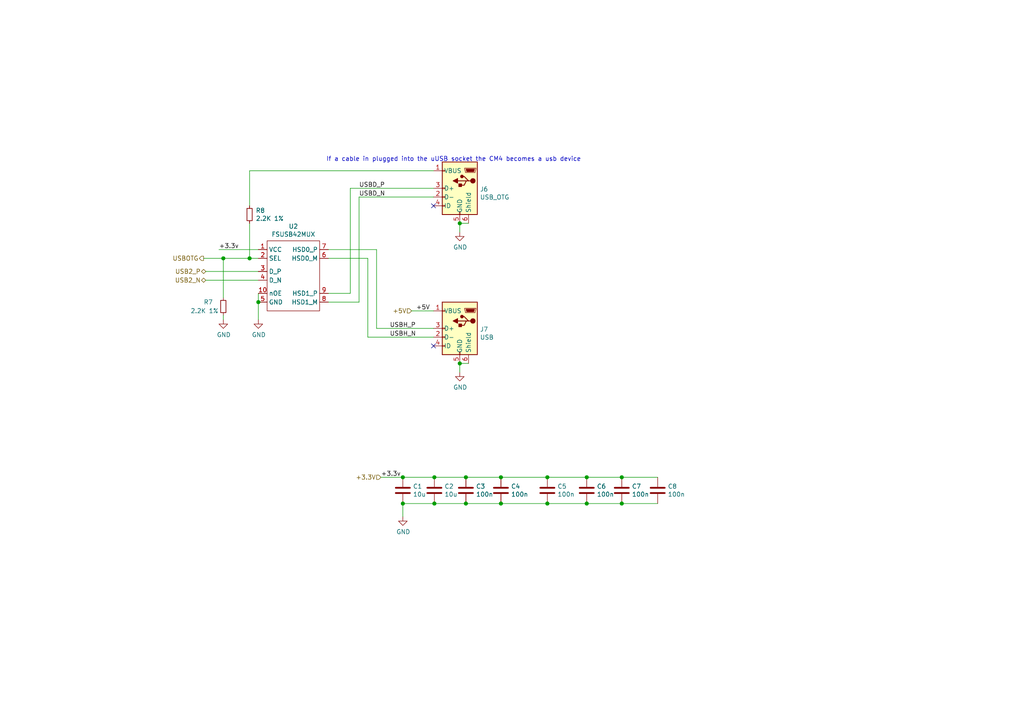
<source format=kicad_sch>
(kicad_sch (version 20210406) (generator eeschema)

  (uuid 1049ac0e-1c70-4f86-a6de-e605752f8813)

  (paper "A4")

  (title_block
    (title "USB Connectors")
  )

  (lib_symbols
    (symbol "CM4IO:FSUSB42MX" (in_bom yes) (on_board yes)
      (property "Reference" "U" (id 0) (at -7.62 20.32 0)
        (effects (font (size 1.27 1.27)))
      )
      (property "Value" "FSUSB42MX" (id 1) (at -2.54 -2.54 0)
        (effects (font (size 1.27 1.27)))
      )
      (property "Footprint" "" (id 2) (at 0 0 0)
        (effects (font (size 1.27 1.27)) hide)
      )
      (property "Datasheet" "" (id 3) (at 0 0 0)
        (effects (font (size 1.27 1.27)) hide)
      )
      (symbol "FSUSB42MX_0_0"
        (pin power_in line (at 8.89 16.51 180) (length 2.54)
          (name "VCC" (effects (font (size 1.27 1.27))))
          (number "1" (effects (font (size 1.27 1.27))))
        )
        (pin input line (at 8.89 3.81 180) (length 2.54)
          (name "nOE" (effects (font (size 1.27 1.27))))
          (number "10" (effects (font (size 1.27 1.27))))
        )
        (pin input line (at 8.89 13.97 180) (length 2.54)
          (name "SEL" (effects (font (size 1.27 1.27))))
          (number "2" (effects (font (size 1.27 1.27))))
        )
        (pin bidirectional line (at 8.89 10.16 180) (length 2.54)
          (name "D_P" (effects (font (size 1.27 1.27))))
          (number "3" (effects (font (size 1.27 1.27))))
        )
        (pin bidirectional line (at 8.89 7.62 180) (length 2.54)
          (name "D_N" (effects (font (size 1.27 1.27))))
          (number "4" (effects (font (size 1.27 1.27))))
        )
        (pin power_in line (at 8.89 1.27 180) (length 2.54)
          (name "GND" (effects (font (size 1.27 1.27))))
          (number "5" (effects (font (size 1.27 1.27))))
        )
        (pin bidirectional line (at -11.43 13.97 0) (length 2.54)
          (name "HSD0_M" (effects (font (size 1.27 1.27))))
          (number "6" (effects (font (size 1.27 1.27))))
        )
        (pin bidirectional line (at -11.43 16.51 0) (length 2.54)
          (name "HSD0_P" (effects (font (size 1.27 1.27))))
          (number "7" (effects (font (size 1.27 1.27))))
        )
        (pin bidirectional line (at -11.43 1.27 0) (length 2.54)
          (name "HSD1_M" (effects (font (size 1.27 1.27))))
          (number "8" (effects (font (size 1.27 1.27))))
        )
        (pin bidirectional line (at -11.43 3.81 0) (length 2.54)
          (name "HSD1_P" (effects (font (size 1.27 1.27))))
          (number "9" (effects (font (size 1.27 1.27))))
        )
      )
      (symbol "FSUSB42MX_0_1"
        (rectangle (start -8.89 19.05) (end 6.35 -1.27)
          (stroke (width 0)) (fill (type none))
        )
      )
    )
    (symbol "Connector:USB_OTG" (in_bom yes) (on_board yes)
      (property "Reference" "J" (id 0) (at -5.08 11.43 0)
        (effects (font (size 1.27 1.27)) (justify left))
      )
      (property "Value" "USB_OTG" (id 1) (at -5.08 8.89 0)
        (effects (font (size 1.27 1.27)) (justify left))
      )
      (property "Footprint" "" (id 2) (at 3.81 -1.27 0)
        (effects (font (size 1.27 1.27)) hide)
      )
      (property "Datasheet" " ~" (id 3) (at 3.81 -1.27 0)
        (effects (font (size 1.27 1.27)) hide)
      )
      (property "ki_keywords" "connector USB" (id 4) (at 0 0 0)
        (effects (font (size 1.27 1.27)) hide)
      )
      (property "ki_description" "USB mini/micro connector" (id 5) (at 0 0 0)
        (effects (font (size 1.27 1.27)) hide)
      )
      (property "ki_fp_filters" "USB*" (id 6) (at 0 0 0)
        (effects (font (size 1.27 1.27)) hide)
      )
      (symbol "USB_OTG_0_1"
        (circle (center -3.81 2.159) (radius 0.635) (stroke (width 0.254)) (fill (type outline)))
        (circle (center -0.635 3.429) (radius 0.381) (stroke (width 0.254)) (fill (type outline)))
        (rectangle (start -0.127 -7.62) (end 0.127 -6.858)
          (stroke (width 0)) (fill (type none))
        )
        (rectangle (start 5.08 -5.207) (end 4.318 -4.953)
          (stroke (width 0)) (fill (type none))
        )
        (rectangle (start 5.08 -2.667) (end 4.318 -2.413)
          (stroke (width 0)) (fill (type none))
        )
        (rectangle (start 5.08 -0.127) (end 4.318 0.127)
          (stroke (width 0)) (fill (type none))
        )
        (rectangle (start 5.08 4.953) (end 4.318 5.207)
          (stroke (width 0)) (fill (type none))
        )
        (rectangle (start 0.254 1.27) (end -0.508 0.508)
          (stroke (width 0.254)) (fill (type outline))
        )
        (rectangle (start -5.08 -7.62) (end 5.08 7.62)
          (stroke (width 0.254)) (fill (type background))
        )
        (polyline
          (pts
            (xy -1.905 2.159)
            (xy 0.635 2.159)
          )
          (stroke (width 0.254)) (fill (type none))
        )
        (polyline
          (pts
            (xy -3.175 2.159)
            (xy -2.54 2.159)
            (xy -1.27 3.429)
            (xy -0.635 3.429)
          )
          (stroke (width 0.254)) (fill (type none))
        )
        (polyline
          (pts
            (xy -2.54 2.159)
            (xy -1.905 2.159)
            (xy -1.27 0.889)
            (xy 0 0.889)
          )
          (stroke (width 0.254)) (fill (type none))
        )
        (polyline
          (pts
            (xy -4.699 5.842)
            (xy -4.699 5.588)
            (xy -4.445 4.826)
            (xy -4.445 4.572)
            (xy -1.651 4.572)
            (xy -1.651 4.826)
            (xy -1.397 5.588)
            (xy -1.397 5.842)
            (xy -4.699 5.842)
          )
          (stroke (width 0)) (fill (type none))
        )
        (polyline
          (pts
            (xy 0.635 2.794)
            (xy 0.635 1.524)
            (xy 1.905 2.159)
            (xy 0.635 2.794)
          )
          (stroke (width 0.254)) (fill (type outline))
        )
        (polyline
          (pts
            (xy -4.318 5.588)
            (xy -1.778 5.588)
            (xy -2.032 4.826)
            (xy -4.064 4.826)
            (xy -4.318 5.588)
          )
          (stroke (width 0)) (fill (type outline))
        )
      )
      (symbol "USB_OTG_1_1"
        (pin power_in line (at 7.62 5.08 180) (length 2.54)
          (name "VBUS" (effects (font (size 1.27 1.27))))
          (number "1" (effects (font (size 1.27 1.27))))
        )
        (pin passive line (at 7.62 -2.54 180) (length 2.54)
          (name "D-" (effects (font (size 1.27 1.27))))
          (number "2" (effects (font (size 1.27 1.27))))
        )
        (pin passive line (at 7.62 0 180) (length 2.54)
          (name "D+" (effects (font (size 1.27 1.27))))
          (number "3" (effects (font (size 1.27 1.27))))
        )
        (pin passive line (at 7.62 -5.08 180) (length 2.54)
          (name "ID" (effects (font (size 1.27 1.27))))
          (number "4" (effects (font (size 1.27 1.27))))
        )
        (pin power_in line (at 0 -10.16 90) (length 2.54)
          (name "GND" (effects (font (size 1.27 1.27))))
          (number "5" (effects (font (size 1.27 1.27))))
        )
        (pin passive line (at -2.54 -10.16 90) (length 2.54)
          (name "Shield" (effects (font (size 1.27 1.27))))
          (number "6" (effects (font (size 1.27 1.27))))
        )
      )
    )
    (symbol "Device:C" (pin_numbers hide) (pin_names (offset 0.254)) (in_bom yes) (on_board yes)
      (property "Reference" "C" (id 0) (at 0.635 2.54 0)
        (effects (font (size 1.27 1.27)) (justify left))
      )
      (property "Value" "C" (id 1) (at 0.635 -2.54 0)
        (effects (font (size 1.27 1.27)) (justify left))
      )
      (property "Footprint" "" (id 2) (at 0.9652 -3.81 0)
        (effects (font (size 1.27 1.27)) hide)
      )
      (property "Datasheet" "~" (id 3) (at 0 0 0)
        (effects (font (size 1.27 1.27)) hide)
      )
      (property "ki_keywords" "cap capacitor" (id 4) (at 0 0 0)
        (effects (font (size 1.27 1.27)) hide)
      )
      (property "ki_description" "Unpolarized capacitor" (id 5) (at 0 0 0)
        (effects (font (size 1.27 1.27)) hide)
      )
      (property "ki_fp_filters" "C_*" (id 6) (at 0 0 0)
        (effects (font (size 1.27 1.27)) hide)
      )
      (symbol "C_0_1"
        (polyline
          (pts
            (xy -2.032 -0.762)
            (xy 2.032 -0.762)
          )
          (stroke (width 0.508)) (fill (type none))
        )
        (polyline
          (pts
            (xy -2.032 0.762)
            (xy 2.032 0.762)
          )
          (stroke (width 0.508)) (fill (type none))
        )
      )
      (symbol "C_1_1"
        (pin passive line (at 0 3.81 270) (length 2.794)
          (name "~" (effects (font (size 1.27 1.27))))
          (number "1" (effects (font (size 1.27 1.27))))
        )
        (pin passive line (at 0 -3.81 90) (length 2.794)
          (name "~" (effects (font (size 1.27 1.27))))
          (number "2" (effects (font (size 1.27 1.27))))
        )
      )
    )
    (symbol "Device:R_Small" (pin_numbers hide) (pin_names (offset 0.254) hide) (in_bom yes) (on_board yes)
      (property "Reference" "R" (id 0) (at 0.762 0.508 0)
        (effects (font (size 1.27 1.27)) (justify left))
      )
      (property "Value" "R_Small" (id 1) (at 0.762 -1.016 0)
        (effects (font (size 1.27 1.27)) (justify left))
      )
      (property "Footprint" "" (id 2) (at 0 0 0)
        (effects (font (size 1.27 1.27)) hide)
      )
      (property "Datasheet" "~" (id 3) (at 0 0 0)
        (effects (font (size 1.27 1.27)) hide)
      )
      (property "ki_keywords" "R resistor" (id 4) (at 0 0 0)
        (effects (font (size 1.27 1.27)) hide)
      )
      (property "ki_description" "Resistor, small symbol" (id 5) (at 0 0 0)
        (effects (font (size 1.27 1.27)) hide)
      )
      (property "ki_fp_filters" "R_*" (id 6) (at 0 0 0)
        (effects (font (size 1.27 1.27)) hide)
      )
      (symbol "R_Small_0_1"
        (rectangle (start -0.762 1.778) (end 0.762 -1.778)
          (stroke (width 0.2032)) (fill (type none))
        )
      )
      (symbol "R_Small_1_1"
        (pin passive line (at 0 2.54 270) (length 0.762)
          (name "~" (effects (font (size 1.27 1.27))))
          (number "1" (effects (font (size 1.27 1.27))))
        )
        (pin passive line (at 0 -2.54 90) (length 0.762)
          (name "~" (effects (font (size 1.27 1.27))))
          (number "2" (effects (font (size 1.27 1.27))))
        )
      )
    )
    (symbol "power:GND" (power) (pin_names (offset 0)) (in_bom yes) (on_board yes)
      (property "Reference" "#PWR" (id 0) (at 0 -6.35 0)
        (effects (font (size 1.27 1.27)) hide)
      )
      (property "Value" "GND" (id 1) (at 0 -3.81 0)
        (effects (font (size 1.27 1.27)))
      )
      (property "Footprint" "" (id 2) (at 0 0 0)
        (effects (font (size 1.27 1.27)) hide)
      )
      (property "Datasheet" "" (id 3) (at 0 0 0)
        (effects (font (size 1.27 1.27)) hide)
      )
      (property "ki_keywords" "power-flag" (id 4) (at 0 0 0)
        (effects (font (size 1.27 1.27)) hide)
      )
      (property "ki_description" "Power symbol creates a global label with name \"GND\" , ground" (id 5) (at 0 0 0)
        (effects (font (size 1.27 1.27)) hide)
      )
      (symbol "GND_0_1"
        (polyline
          (pts
            (xy 0 0)
            (xy 0 -1.27)
            (xy 1.27 -1.27)
            (xy 0 -2.54)
            (xy -1.27 -1.27)
            (xy 0 -1.27)
          )
          (stroke (width 0)) (fill (type none))
        )
      )
      (symbol "GND_1_1"
        (pin power_in line (at 0 0 270) (length 0) hide
          (name "GND" (effects (font (size 1.27 1.27))))
          (number "1" (effects (font (size 1.27 1.27))))
        )
      )
    )
  )

  (junction (at 64.77 74.93) (diameter 1.016) (color 0 0 0 0))
  (junction (at 72.39 74.93) (diameter 1.016) (color 0 0 0 0))
  (junction (at 74.93 87.63) (diameter 1.016) (color 0 0 0 0))
  (junction (at 116.84 138.43) (diameter 1.016) (color 0 0 0 0))
  (junction (at 116.84 146.05) (diameter 1.016) (color 0 0 0 0))
  (junction (at 125.984 138.43) (diameter 1.016) (color 0 0 0 0))
  (junction (at 125.984 146.05) (diameter 1.016) (color 0 0 0 0))
  (junction (at 133.35 64.77) (diameter 1.016) (color 0 0 0 0))
  (junction (at 133.35 105.41) (diameter 1.016) (color 0 0 0 0))
  (junction (at 135.128 138.43) (diameter 1.016) (color 0 0 0 0))
  (junction (at 135.128 146.05) (diameter 1.016) (color 0 0 0 0))
  (junction (at 145.288 138.43) (diameter 1.016) (color 0 0 0 0))
  (junction (at 145.288 146.05) (diameter 1.016) (color 0 0 0 0))
  (junction (at 158.75 138.43) (diameter 1.016) (color 0 0 0 0))
  (junction (at 158.75 146.05) (diameter 1.016) (color 0 0 0 0))
  (junction (at 170.18 138.43) (diameter 1.016) (color 0 0 0 0))
  (junction (at 170.18 146.05) (diameter 1.016) (color 0 0 0 0))
  (junction (at 180.34 138.43) (diameter 1.016) (color 0 0 0 0))
  (junction (at 180.34 146.05) (diameter 1.016) (color 0 0 0 0))

  (no_connect (at 125.73 59.69) (uuid a6e75a0e-dc25-42b0-8573-cf93e5c8783d))
  (no_connect (at 125.73 100.33) (uuid 526b43f8-f94f-40c6-9afc-d08a0e7b1822))

  (wire (pts (xy 59.055 74.93) (xy 64.77 74.93))
    (stroke (width 0) (type solid) (color 0 0 0 0))
    (uuid a21cdbcd-5120-4905-940e-0c5965262413)
  )
  (wire (pts (xy 59.69 78.74) (xy 74.93 78.74))
    (stroke (width 0) (type solid) (color 0 0 0 0))
    (uuid 0777015d-f631-4603-bd97-a3cc902e0fb5)
  )
  (wire (pts (xy 59.69 81.28) (xy 74.93 81.28))
    (stroke (width 0) (type solid) (color 0 0 0 0))
    (uuid a92e084c-b3ff-4c50-8351-8628c016e898)
  )
  (wire (pts (xy 64.77 74.93) (xy 64.77 86.36))
    (stroke (width 0) (type solid) (color 0 0 0 0))
    (uuid 2829c652-f615-4654-8c4a-62a89cc26b6f)
  )
  (wire (pts (xy 64.77 91.44) (xy 64.77 92.71))
    (stroke (width 0) (type solid) (color 0 0 0 0))
    (uuid 5db663ec-ea20-4bbb-a141-83a412cce759)
  )
  (wire (pts (xy 72.39 49.53) (xy 72.39 59.69))
    (stroke (width 0) (type solid) (color 0 0 0 0))
    (uuid 76e3ac64-9ee1-41bd-aec6-b47413b4dd2b)
  )
  (wire (pts (xy 72.39 49.53) (xy 125.73 49.53))
    (stroke (width 0) (type solid) (color 0 0 0 0))
    (uuid 1b67745e-9996-4a54-b08b-c5cccf01e3a6)
  )
  (wire (pts (xy 72.39 64.77) (xy 72.39 74.93))
    (stroke (width 0) (type solid) (color 0 0 0 0))
    (uuid 3749a1b8-9fab-494c-a9a3-b2b39cc851cb)
  )
  (wire (pts (xy 72.39 74.93) (xy 64.77 74.93))
    (stroke (width 0) (type solid) (color 0 0 0 0))
    (uuid 530618be-d5a9-4426-bbe5-836c21e60905)
  )
  (wire (pts (xy 74.93 72.39) (xy 63.5 72.39))
    (stroke (width 0) (type solid) (color 0 0 0 0))
    (uuid bad22d54-aa45-4eb3-9c43-3b15b22a84e3)
  )
  (wire (pts (xy 74.93 74.93) (xy 72.39 74.93))
    (stroke (width 0) (type solid) (color 0 0 0 0))
    (uuid df7fbba3-376e-43e0-98fa-2c412c0655c9)
  )
  (wire (pts (xy 74.93 85.09) (xy 74.93 87.63))
    (stroke (width 0) (type solid) (color 0 0 0 0))
    (uuid 7ce52c7e-73ca-43cd-83cd-df6caabe73ea)
  )
  (wire (pts (xy 74.93 87.63) (xy 74.93 92.71))
    (stroke (width 0) (type solid) (color 0 0 0 0))
    (uuid 3b0fc338-ac61-41b0-9409-056b60c8b558)
  )
  (wire (pts (xy 95.25 72.39) (xy 109.22 72.39))
    (stroke (width 0) (type solid) (color 0 0 0 0))
    (uuid 68475073-81ca-44a5-96c3-9d0e4680d65f)
  )
  (wire (pts (xy 95.25 74.93) (xy 106.68 74.93))
    (stroke (width 0) (type solid) (color 0 0 0 0))
    (uuid 3e34e25e-9f0b-4b0a-b732-16d2c39e9efa)
  )
  (wire (pts (xy 95.25 85.09) (xy 101.6 85.09))
    (stroke (width 0) (type solid) (color 0 0 0 0))
    (uuid e7f4820d-2e7e-424e-84c9-439b52716bbc)
  )
  (wire (pts (xy 101.6 54.61) (xy 125.73 54.61))
    (stroke (width 0) (type solid) (color 0 0 0 0))
    (uuid 36edf2d8-737a-46a6-8b41-2cdeabe042d3)
  )
  (wire (pts (xy 101.6 85.09) (xy 101.6 54.61))
    (stroke (width 0) (type solid) (color 0 0 0 0))
    (uuid e7f4820d-2e7e-424e-84c9-439b52716bbc)
  )
  (wire (pts (xy 104.14 57.15) (xy 104.14 87.63))
    (stroke (width 0) (type solid) (color 0 0 0 0))
    (uuid f3475f11-ff01-445b-9248-6d5eb084d52d)
  )
  (wire (pts (xy 104.14 57.15) (xy 125.73 57.15))
    (stroke (width 0) (type solid) (color 0 0 0 0))
    (uuid 8082fe50-c151-4e54-a270-37288d813739)
  )
  (wire (pts (xy 104.14 87.63) (xy 95.25 87.63))
    (stroke (width 0) (type solid) (color 0 0 0 0))
    (uuid f3475f11-ff01-445b-9248-6d5eb084d52d)
  )
  (wire (pts (xy 106.68 74.93) (xy 106.68 97.79))
    (stroke (width 0) (type solid) (color 0 0 0 0))
    (uuid 3e34e25e-9f0b-4b0a-b732-16d2c39e9efa)
  )
  (wire (pts (xy 106.68 97.79) (xy 125.73 97.79))
    (stroke (width 0) (type solid) (color 0 0 0 0))
    (uuid d05c4298-e0db-470f-9c7b-388eb7fa9dae)
  )
  (wire (pts (xy 109.22 72.39) (xy 109.22 95.25))
    (stroke (width 0) (type solid) (color 0 0 0 0))
    (uuid 68475073-81ca-44a5-96c3-9d0e4680d65f)
  )
  (wire (pts (xy 109.22 95.25) (xy 125.73 95.25))
    (stroke (width 0) (type solid) (color 0 0 0 0))
    (uuid b69fbc46-7837-46d4-a694-5dbb5f4a28c4)
  )
  (wire (pts (xy 110.49 138.43) (xy 116.84 138.43))
    (stroke (width 0) (type solid) (color 0 0 0 0))
    (uuid 387cef77-146d-41f2-894f-a90cc01c5459)
  )
  (wire (pts (xy 116.84 138.43) (xy 125.984 138.43))
    (stroke (width 0) (type solid) (color 0 0 0 0))
    (uuid 536845b4-9f4a-4439-9643-ab8f5b480e15)
  )
  (wire (pts (xy 116.84 146.05) (xy 125.984 146.05))
    (stroke (width 0) (type solid) (color 0 0 0 0))
    (uuid f87f09bb-ef34-4483-8f32-00411c79279b)
  )
  (wire (pts (xy 116.84 149.86) (xy 116.84 146.05))
    (stroke (width 0) (type solid) (color 0 0 0 0))
    (uuid e001d75f-7ddd-4538-a715-3300668933aa)
  )
  (wire (pts (xy 119.38 90.17) (xy 125.73 90.17))
    (stroke (width 0) (type solid) (color 0 0 0 0))
    (uuid 386e105a-fe64-46d5-b223-e0478d7d74e8)
  )
  (wire (pts (xy 125.984 138.43) (xy 135.128 138.43))
    (stroke (width 0) (type solid) (color 0 0 0 0))
    (uuid 3ba1b02f-0d4c-4ff1-86a3-da085dbd2ed0)
  )
  (wire (pts (xy 125.984 146.05) (xy 135.128 146.05))
    (stroke (width 0) (type solid) (color 0 0 0 0))
    (uuid e9fcbf00-ff10-46b7-8459-79d5431c132a)
  )
  (wire (pts (xy 133.35 64.77) (xy 135.89 64.77))
    (stroke (width 0) (type solid) (color 0 0 0 0))
    (uuid fc460dcf-4ff9-4473-b566-c89ba8a21071)
  )
  (wire (pts (xy 133.35 67.31) (xy 133.35 64.77))
    (stroke (width 0) (type solid) (color 0 0 0 0))
    (uuid 07cdc31d-c3f3-479d-bb8c-c46f79217049)
  )
  (wire (pts (xy 133.35 105.41) (xy 135.89 105.41))
    (stroke (width 0) (type solid) (color 0 0 0 0))
    (uuid 5acf6fe0-4079-4b20-a5e9-d16854854991)
  )
  (wire (pts (xy 133.35 107.95) (xy 133.35 105.41))
    (stroke (width 0) (type solid) (color 0 0 0 0))
    (uuid 042c6872-9eac-4494-a3c9-7ff02b5bd2de)
  )
  (wire (pts (xy 135.128 138.43) (xy 145.288 138.43))
    (stroke (width 0) (type solid) (color 0 0 0 0))
    (uuid faef37b8-2628-4c48-bce6-a7b99a285966)
  )
  (wire (pts (xy 135.128 146.05) (xy 145.288 146.05))
    (stroke (width 0) (type solid) (color 0 0 0 0))
    (uuid 2312d93f-c3de-4b66-9d45-28ff9b98dcf1)
  )
  (wire (pts (xy 145.288 138.43) (xy 158.75 138.43))
    (stroke (width 0) (type solid) (color 0 0 0 0))
    (uuid d35a4e99-19bf-42bb-add9-e0f6233749b5)
  )
  (wire (pts (xy 145.288 146.05) (xy 158.75 146.05))
    (stroke (width 0) (type solid) (color 0 0 0 0))
    (uuid eee11733-c46b-49fd-86ab-21d878d626e6)
  )
  (wire (pts (xy 158.75 138.43) (xy 170.18 138.43))
    (stroke (width 0) (type solid) (color 0 0 0 0))
    (uuid 9328c0e2-012a-4fcd-b947-e51547966cb8)
  )
  (wire (pts (xy 158.75 146.05) (xy 170.18 146.05))
    (stroke (width 0) (type solid) (color 0 0 0 0))
    (uuid 6d5c23eb-a449-46c3-b698-1227370c21e7)
  )
  (wire (pts (xy 170.18 138.43) (xy 180.34 138.43))
    (stroke (width 0) (type solid) (color 0 0 0 0))
    (uuid a8533cd5-27ba-4d72-81a4-ab8af0018382)
  )
  (wire (pts (xy 170.18 146.05) (xy 180.34 146.05))
    (stroke (width 0) (type solid) (color 0 0 0 0))
    (uuid 963befaf-75b0-4e67-a8b1-a982dacf0c2f)
  )
  (wire (pts (xy 180.34 138.43) (xy 190.754 138.43))
    (stroke (width 0) (type solid) (color 0 0 0 0))
    (uuid f665fb9b-d9c0-4a14-ab24-b77d4f021877)
  )
  (wire (pts (xy 180.34 146.05) (xy 190.754 146.05))
    (stroke (width 0) (type solid) (color 0 0 0 0))
    (uuid f02fc10f-6519-4287-8c84-df5846e6d3fb)
  )

  (text "If a cable in plugged into the uUSB socket the CM4 becomes a usb device"
    (at 94.615 46.99 0)
    (effects (font (size 1.27 1.27)) (justify left bottom))
    (uuid ccca0777-2d1b-422f-b3de-3e376c15ae89)
  )

  (label "+3.3v" (at 63.5 72.39 0)
    (effects (font (size 1.27 1.27)) (justify left bottom))
    (uuid 8ff39665-5921-484a-8a30-f4a2d75e71a3)
  )
  (label "USBD_P" (at 104.14 54.61 0)
    (effects (font (size 1.27 1.27)) (justify left bottom))
    (uuid ebe211e2-e336-4bbb-80aa-303a7b401ac3)
  )
  (label "USBD_N" (at 104.14 57.15 0)
    (effects (font (size 1.27 1.27)) (justify left bottom))
    (uuid 501be177-4fe1-4937-aeb4-27c82e423e4d)
  )
  (label "+3.3v" (at 110.49 138.43 0)
    (effects (font (size 1.27 1.27)) (justify left bottom))
    (uuid 875208ab-0678-4775-a59a-f062696b0cee)
  )
  (label "USBH_P" (at 113.03 95.25 0)
    (effects (font (size 1.27 1.27)) (justify left bottom))
    (uuid e7c70840-c34d-4b56-b616-5b609934eaba)
  )
  (label "USBH_N" (at 113.03 97.79 0)
    (effects (font (size 1.27 1.27)) (justify left bottom))
    (uuid 1ed5eb04-fdd9-469d-b3d9-ceb1ca7228db)
  )
  (label "+5V" (at 120.65 90.17 0)
    (effects (font (size 1.27 1.27)) (justify left bottom))
    (uuid 46b49512-c9d2-4a99-804c-40c0fe51e934)
  )

  (hierarchical_label "USBOTG" (shape output) (at 59.055 74.93 180)
    (effects (font (size 1.27 1.27)) (justify right))
    (uuid c9aa2ce4-237e-4f16-aef0-e7f25321031c)
  )
  (hierarchical_label "USB2_P" (shape bidirectional) (at 59.69 78.74 180)
    (effects (font (size 1.27 1.27)) (justify right))
    (uuid ae03470a-87a3-4384-baa3-d839f8905886)
  )
  (hierarchical_label "USB2_N" (shape bidirectional) (at 59.69 81.28 180)
    (effects (font (size 1.27 1.27)) (justify right))
    (uuid a6b062cd-afc2-4914-a0c8-fa2c4773acd9)
  )
  (hierarchical_label "+3.3V" (shape input) (at 110.49 138.43 180)
    (effects (font (size 1.27 1.27)) (justify right))
    (uuid 36547ff1-1d8d-4913-9c1f-5b1ffa6093c7)
  )
  (hierarchical_label "+5V" (shape input) (at 119.38 90.17 180)
    (effects (font (size 1.27 1.27)) (justify right))
    (uuid 4aa102dc-c11e-45d0-b2f5-9af1bae463ce)
  )

  (symbol (lib_id "power:GND") (at 64.77 92.71 0) (unit 1)
    (in_bom yes) (on_board yes)
    (uuid 1a086cc9-b83f-43bb-ac09-0408b80029b8)
    (property "Reference" "#PWR0109" (id 0) (at 64.77 99.06 0)
      (effects (font (size 1.27 1.27)) hide)
    )
    (property "Value" "GND" (id 1) (at 64.897 97.1042 0))
    (property "Footprint" "" (id 2) (at 64.77 92.71 0)
      (effects (font (size 1.27 1.27)) hide)
    )
    (property "Datasheet" "" (id 3) (at 64.77 92.71 0)
      (effects (font (size 1.27 1.27)) hide)
    )
    (pin "1" (uuid 2990782d-1b09-4e0a-a458-4744d286e997))
  )

  (symbol (lib_id "power:GND") (at 74.93 92.71 0) (unit 1)
    (in_bom yes) (on_board yes)
    (uuid d5a30eb0-892a-4978-8636-7f3e0125c0fe)
    (property "Reference" "#PWR0110" (id 0) (at 74.93 99.06 0)
      (effects (font (size 1.27 1.27)) hide)
    )
    (property "Value" "GND" (id 1) (at 75.057 97.1042 0))
    (property "Footprint" "" (id 2) (at 74.93 92.71 0)
      (effects (font (size 1.27 1.27)) hide)
    )
    (property "Datasheet" "" (id 3) (at 74.93 92.71 0)
      (effects (font (size 1.27 1.27)) hide)
    )
    (pin "1" (uuid fce5b9c0-d5c4-46ab-8435-d4e8ccbd2db8))
  )

  (symbol (lib_id "power:GND") (at 116.84 149.86 0) (unit 1)
    (in_bom yes) (on_board yes)
    (uuid 69fc12aa-a638-428d-b441-18f458aafb6a)
    (property "Reference" "#PWR0107" (id 0) (at 116.84 156.21 0)
      (effects (font (size 1.27 1.27)) hide)
    )
    (property "Value" "GND" (id 1) (at 116.967 154.2542 0))
    (property "Footprint" "" (id 2) (at 116.84 149.86 0)
      (effects (font (size 1.27 1.27)) hide)
    )
    (property "Datasheet" "" (id 3) (at 116.84 149.86 0)
      (effects (font (size 1.27 1.27)) hide)
    )
    (pin "1" (uuid 6af8da6d-c251-4a2c-bf1d-d2590fc508cb))
  )

  (symbol (lib_id "power:GND") (at 133.35 67.31 0) (unit 1)
    (in_bom yes) (on_board yes)
    (uuid 8cd36fff-8497-4fbc-8319-1bc1429a4e4e)
    (property "Reference" "#PWR0111" (id 0) (at 133.35 73.66 0)
      (effects (font (size 1.27 1.27)) hide)
    )
    (property "Value" "GND" (id 1) (at 133.477 71.7042 0))
    (property "Footprint" "" (id 2) (at 133.35 67.31 0)
      (effects (font (size 1.27 1.27)) hide)
    )
    (property "Datasheet" "" (id 3) (at 133.35 67.31 0)
      (effects (font (size 1.27 1.27)) hide)
    )
    (pin "1" (uuid 3aded48c-ffd1-43bc-bb47-5bd2e59c5430))
  )

  (symbol (lib_id "power:GND") (at 133.35 107.95 0) (unit 1)
    (in_bom yes) (on_board yes)
    (uuid c0996e8c-2901-4ad4-b8c7-7d701813cee8)
    (property "Reference" "#PWR0108" (id 0) (at 133.35 114.3 0)
      (effects (font (size 1.27 1.27)) hide)
    )
    (property "Value" "GND" (id 1) (at 133.477 112.3442 0))
    (property "Footprint" "" (id 2) (at 133.35 107.95 0)
      (effects (font (size 1.27 1.27)) hide)
    )
    (property "Datasheet" "" (id 3) (at 133.35 107.95 0)
      (effects (font (size 1.27 1.27)) hide)
    )
    (pin "1" (uuid a93bea0d-a2d2-4433-bfa9-f13772c0c2be))
  )

  (symbol (lib_id "Device:R_Small") (at 64.77 88.9 0) (unit 1)
    (in_bom yes) (on_board yes)
    (uuid 7e0259d0-7362-4f96-964b-17c84ff343b2)
    (property "Reference" "R7" (id 0) (at 59.055 87.63 0)
      (effects (font (size 1.27 1.27)) (justify left))
    )
    (property "Value" "2.2K 1%" (id 1) (at 55.245 90.17 0)
      (effects (font (size 1.27 1.27)) (justify left))
    )
    (property "Footprint" "Resistor_SMD:R_0402_1005Metric" (id 2) (at 64.77 88.9 0)
      (effects (font (size 1.27 1.27)) hide)
    )
    (property "Datasheet" "~" (id 3) (at 64.77 88.9 0)
      (effects (font (size 1.27 1.27)) hide)
    )
    (property "Field4" "Farnell" (id 4) (at 64.77 88.9 0)
      (effects (font (size 1.27 1.27)) hide)
    )
    (property "Field5" "9239278" (id 5) (at 64.77 88.9 0)
      (effects (font (size 1.27 1.27)) hide)
    )
    (property "Field7" "KOA EUROPE GMBH" (id 6) (at 64.77 88.9 0)
      (effects (font (size 1.27 1.27)) hide)
    )
    (property "Field6" "RK73G1ETQTP2201D         " (id 7) (at 64.77 88.9 0)
      (effects (font (size 1.27 1.27)) hide)
    )
    (property "Part Description" "Resistor 2.2K M1005 1% 63mW" (id 8) (at 64.77 88.9 0)
      (effects (font (size 1.27 1.27)) hide)
    )
    (property "Field8" "120889581" (id 9) (at 64.77 88.9 0)
      (effects (font (size 1.27 1.27)) hide)
    )
    (pin "1" (uuid f5266e61-975a-4009-a3ad-d7c131eced3c))
    (pin "2" (uuid 3f59c3e1-9d1a-4f0e-8f3b-6172d9d52446))
  )

  (symbol (lib_id "Device:R_Small") (at 72.39 62.23 0) (unit 1)
    (in_bom yes) (on_board yes)
    (uuid e4e064ab-1e7a-4443-ac27-452161fe0211)
    (property "Reference" "R8" (id 0) (at 74.168 61.0616 0)
      (effects (font (size 1.27 1.27)) (justify left))
    )
    (property "Value" "2.2K 1%" (id 1) (at 74.168 63.373 0)
      (effects (font (size 1.27 1.27)) (justify left))
    )
    (property "Footprint" "Resistor_SMD:R_0402_1005Metric" (id 2) (at 72.39 62.23 0)
      (effects (font (size 1.27 1.27)) hide)
    )
    (property "Datasheet" "~" (id 3) (at 72.39 62.23 0)
      (effects (font (size 1.27 1.27)) hide)
    )
    (property "Field4" "Farnell" (id 4) (at 72.39 62.23 0)
      (effects (font (size 1.27 1.27)) hide)
    )
    (property "Field5" "9239278" (id 5) (at 72.39 62.23 0)
      (effects (font (size 1.27 1.27)) hide)
    )
    (property "Field7" "KOA EUROPE GMBH" (id 6) (at 72.39 62.23 0)
      (effects (font (size 1.27 1.27)) hide)
    )
    (property "Field6" "RK73G1ETQTP2201D         " (id 7) (at 72.39 62.23 0)
      (effects (font (size 1.27 1.27)) hide)
    )
    (property "Part Description" "Resistor 2.2K M1005 1% 63mW" (id 8) (at 72.39 62.23 0)
      (effects (font (size 1.27 1.27)) hide)
    )
    (property "Field8" "120889581" (id 9) (at 72.39 62.23 0)
      (effects (font (size 1.27 1.27)) hide)
    )
    (pin "1" (uuid 07e22590-0892-4fef-8b3a-c88e64f7f9fe))
    (pin "2" (uuid dd7d5f89-e832-4c79-87a8-ee1dae2c1871))
  )

  (symbol (lib_id "Device:C") (at 116.84 142.24 0) (unit 1)
    (in_bom yes) (on_board yes)
    (uuid 3b5abbb3-5eb6-4ac9-b422-26637a1416d5)
    (property "Reference" "C1" (id 0) (at 119.761 141.0716 0)
      (effects (font (size 1.27 1.27)) (justify left))
    )
    (property "Value" "10u" (id 1) (at 119.761 143.383 0)
      (effects (font (size 1.27 1.27)) (justify left))
    )
    (property "Footprint" "Capacitor_SMD:C_0805_2012Metric" (id 2) (at 117.8052 146.05 0)
      (effects (font (size 1.27 1.27)) hide)
    )
    (property "Datasheet" "https://search.murata.co.jp/Ceramy/image/img/A01X/G101/ENG/GRM21BR71A106KA73-01.pdf" (id 3) (at 116.84 142.24 0)
      (effects (font (size 1.27 1.27)) hide)
    )
    (property "Field5" "490-14381-1-ND" (id 4) (at 116.84 142.24 0)
      (effects (font (size 1.27 1.27)) hide)
    )
    (property "Field4" "Digikey" (id 5) (at 116.84 142.24 0)
      (effects (font (size 1.27 1.27)) hide)
    )
    (property "Field6" "GRM21BR71A106KA73L" (id 6) (at 116.84 142.24 0)
      (effects (font (size 1.27 1.27)) hide)
    )
    (property "Field7" "Murata" (id 7) (at 116.84 142.24 0)
      (effects (font (size 1.27 1.27)) hide)
    )
    (property "Part Description" "	10uF 10% 10V Ceramic Capacitor X7R 0805 (2012 Metric)" (id 8) (at 116.84 142.24 0)
      (effects (font (size 1.27 1.27)) hide)
    )
    (property "Field8" "111893011" (id 9) (at 116.84 142.24 0)
      (effects (font (size 1.27 1.27)) hide)
    )
    (pin "1" (uuid 8e168ad0-dab4-45ba-a2a0-0fca7826d01d))
    (pin "2" (uuid cee357cf-e843-48a9-b155-450949751d15))
  )

  (symbol (lib_id "Device:C") (at 125.984 142.24 0) (unit 1)
    (in_bom yes) (on_board yes)
    (uuid 01b0fafd-ce9e-4131-8e73-21f0a87f1b8a)
    (property "Reference" "C2" (id 0) (at 128.905 141.0716 0)
      (effects (font (size 1.27 1.27)) (justify left))
    )
    (property "Value" "10u" (id 1) (at 128.905 143.383 0)
      (effects (font (size 1.27 1.27)) (justify left))
    )
    (property "Footprint" "Capacitor_SMD:C_0805_2012Metric" (id 2) (at 126.9492 146.05 0)
      (effects (font (size 1.27 1.27)) hide)
    )
    (property "Datasheet" "https://search.murata.co.jp/Ceramy/image/img/A01X/G101/ENG/GRM21BR71A106KA73-01.pdf" (id 3) (at 125.984 142.24 0)
      (effects (font (size 1.27 1.27)) hide)
    )
    (property "Field5" "490-14381-1-ND" (id 4) (at 125.984 142.24 0)
      (effects (font (size 1.27 1.27)) hide)
    )
    (property "Field4" "Digikey" (id 5) (at 125.984 142.24 0)
      (effects (font (size 1.27 1.27)) hide)
    )
    (property "Field6" "GRM21BR71A106KA73L" (id 6) (at 125.984 142.24 0)
      (effects (font (size 1.27 1.27)) hide)
    )
    (property "Field7" "Murata" (id 7) (at 125.984 142.24 0)
      (effects (font (size 1.27 1.27)) hide)
    )
    (property "Part Description" "	10uF 10% 10V Ceramic Capacitor X7R 0805 (2012 Metric)" (id 8) (at 125.984 142.24 0)
      (effects (font (size 1.27 1.27)) hide)
    )
    (property "Field8" "111893011" (id 9) (at 125.984 142.24 0)
      (effects (font (size 1.27 1.27)) hide)
    )
    (pin "1" (uuid ead237a3-09df-4d3c-b2f0-509840f8d1a1))
    (pin "2" (uuid 745a16eb-ef3b-4af7-94f2-97b3a9b0dabf))
  )

  (symbol (lib_id "Device:C") (at 135.128 142.24 0) (unit 1)
    (in_bom yes) (on_board yes)
    (uuid 2a5ce3b9-efe2-4efa-9b81-6dd5dcb763b1)
    (property "Reference" "C3" (id 0) (at 138.049 141.0716 0)
      (effects (font (size 1.27 1.27)) (justify left))
    )
    (property "Value" "100n" (id 1) (at 138.049 143.383 0)
      (effects (font (size 1.27 1.27)) (justify left))
    )
    (property "Footprint" "Capacitor_SMD:C_0402_1005Metric" (id 2) (at 136.0932 146.05 0)
      (effects (font (size 1.27 1.27)) hide)
    )
    (property "Datasheet" "https://search.murata.co.jp/Ceramy/image/img/A01X/G101/ENG/GRM155R71C104KA88-01.pdf" (id 3) (at 135.128 142.24 0)
      (effects (font (size 1.27 1.27)) hide)
    )
    (property "Field4" "Farnell" (id 4) (at 135.128 142.24 0)
      (effects (font (size 1.27 1.27)) hide)
    )
    (property "Field5" "2611911" (id 5) (at 135.128 142.24 0)
      (effects (font (size 1.27 1.27)) hide)
    )
    (property "Field6" "RM EMK105 B7104KV-F" (id 6) (at 135.128 142.24 0)
      (effects (font (size 1.27 1.27)) hide)
    )
    (property "Field7" "TAIYO YUDEN EUROPE GMBH" (id 7) (at 135.128 142.24 0)
      (effects (font (size 1.27 1.27)) hide)
    )
    (property "Part Description" "	0.1uF 10% 16V Ceramic Capacitor X7R 0402 (1005 Metric)" (id 8) (at 135.128 142.24 0)
      (effects (font (size 1.27 1.27)) hide)
    )
    (property "Field8" "110091611" (id 9) (at 135.128 142.24 0)
      (effects (font (size 1.27 1.27)) hide)
    )
    (pin "1" (uuid 474de857-4a8b-49aa-8214-7c41e75823cd))
    (pin "2" (uuid 1a3d65c4-9ea4-4b41-be30-e4cc93e9a577))
  )

  (symbol (lib_id "Device:C") (at 145.288 142.24 0) (unit 1)
    (in_bom yes) (on_board yes)
    (uuid 8c600e14-20b3-46e9-914f-07b8d34b1fbd)
    (property "Reference" "C4" (id 0) (at 148.209 141.0716 0)
      (effects (font (size 1.27 1.27)) (justify left))
    )
    (property "Value" "100n" (id 1) (at 148.209 143.383 0)
      (effects (font (size 1.27 1.27)) (justify left))
    )
    (property "Footprint" "Capacitor_SMD:C_0402_1005Metric" (id 2) (at 146.2532 146.05 0)
      (effects (font (size 1.27 1.27)) hide)
    )
    (property "Datasheet" "https://search.murata.co.jp/Ceramy/image/img/A01X/G101/ENG/GRM155R71C104KA88-01.pdf" (id 3) (at 145.288 142.24 0)
      (effects (font (size 1.27 1.27)) hide)
    )
    (property "Field4" "Farnell" (id 4) (at 145.288 142.24 0)
      (effects (font (size 1.27 1.27)) hide)
    )
    (property "Field5" "2611911" (id 5) (at 145.288 142.24 0)
      (effects (font (size 1.27 1.27)) hide)
    )
    (property "Field6" "RM EMK105 B7104KV-F" (id 6) (at 145.288 142.24 0)
      (effects (font (size 1.27 1.27)) hide)
    )
    (property "Field7" "TAIYO YUDEN EUROPE GMBH" (id 7) (at 145.288 142.24 0)
      (effects (font (size 1.27 1.27)) hide)
    )
    (property "Part Description" "	0.1uF 10% 16V Ceramic Capacitor X7R 0402 (1005 Metric)" (id 8) (at 145.288 142.24 0)
      (effects (font (size 1.27 1.27)) hide)
    )
    (property "Field8" "110091611" (id 9) (at 145.288 142.24 0)
      (effects (font (size 1.27 1.27)) hide)
    )
    (pin "1" (uuid bbdf6f91-6b04-4383-b4c0-6295b532686c))
    (pin "2" (uuid 5b5f709d-7670-42cb-89d8-4bfcbd5a044c))
  )

  (symbol (lib_id "Device:C") (at 158.75 142.24 0) (unit 1)
    (in_bom yes) (on_board yes)
    (uuid 9cebf24b-a440-47ad-bc2c-d728ea110ace)
    (property "Reference" "C5" (id 0) (at 161.671 141.0716 0)
      (effects (font (size 1.27 1.27)) (justify left))
    )
    (property "Value" "100n" (id 1) (at 161.671 143.383 0)
      (effects (font (size 1.27 1.27)) (justify left))
    )
    (property "Footprint" "Capacitor_SMD:C_0402_1005Metric" (id 2) (at 159.7152 146.05 0)
      (effects (font (size 1.27 1.27)) hide)
    )
    (property "Datasheet" "https://search.murata.co.jp/Ceramy/image/img/A01X/G101/ENG/GRM155R71C104KA88-01.pdf" (id 3) (at 158.75 142.24 0)
      (effects (font (size 1.27 1.27)) hide)
    )
    (property "Field4" "Farnell" (id 4) (at 158.75 142.24 0)
      (effects (font (size 1.27 1.27)) hide)
    )
    (property "Field5" "2611911" (id 5) (at 158.75 142.24 0)
      (effects (font (size 1.27 1.27)) hide)
    )
    (property "Field6" "RM EMK105 B7104KV-F" (id 6) (at 158.75 142.24 0)
      (effects (font (size 1.27 1.27)) hide)
    )
    (property "Field7" "TAIYO YUDEN EUROPE GMBH" (id 7) (at 158.75 142.24 0)
      (effects (font (size 1.27 1.27)) hide)
    )
    (property "Part Description" "	0.1uF 10% 16V Ceramic Capacitor X7R 0402 (1005 Metric)" (id 8) (at 158.75 142.24 0)
      (effects (font (size 1.27 1.27)) hide)
    )
    (property "Field8" "110091611" (id 9) (at 158.75 142.24 0)
      (effects (font (size 1.27 1.27)) hide)
    )
    (pin "1" (uuid 611d17cb-ea29-41be-a9e1-43b46842cb28))
    (pin "2" (uuid 8c30cc62-a18d-4c96-b73b-0623925ed418))
  )

  (symbol (lib_id "Device:C") (at 170.18 142.24 0) (unit 1)
    (in_bom yes) (on_board yes)
    (uuid 535a73a0-73b8-4fd3-9e40-e58ab1ffc562)
    (property "Reference" "C6" (id 0) (at 173.101 141.0716 0)
      (effects (font (size 1.27 1.27)) (justify left))
    )
    (property "Value" "100n" (id 1) (at 173.101 143.383 0)
      (effects (font (size 1.27 1.27)) (justify left))
    )
    (property "Footprint" "Capacitor_SMD:C_0402_1005Metric" (id 2) (at 171.1452 146.05 0)
      (effects (font (size 1.27 1.27)) hide)
    )
    (property "Datasheet" "https://search.murata.co.jp/Ceramy/image/img/A01X/G101/ENG/GRM155R71C104KA88-01.pdf" (id 3) (at 170.18 142.24 0)
      (effects (font (size 1.27 1.27)) hide)
    )
    (property "Field4" "Farnell" (id 4) (at 170.18 142.24 0)
      (effects (font (size 1.27 1.27)) hide)
    )
    (property "Field5" "2611911" (id 5) (at 170.18 142.24 0)
      (effects (font (size 1.27 1.27)) hide)
    )
    (property "Field6" "RM EMK105 B7104KV-F" (id 6) (at 170.18 142.24 0)
      (effects (font (size 1.27 1.27)) hide)
    )
    (property "Field7" "TAIYO YUDEN EUROPE GMBH" (id 7) (at 170.18 142.24 0)
      (effects (font (size 1.27 1.27)) hide)
    )
    (property "Part Description" "	0.1uF 10% 16V Ceramic Capacitor X7R 0402 (1005 Metric)" (id 8) (at 170.18 142.24 0)
      (effects (font (size 1.27 1.27)) hide)
    )
    (property "Field8" "110091611" (id 9) (at 170.18 142.24 0)
      (effects (font (size 1.27 1.27)) hide)
    )
    (pin "1" (uuid 3cad8f79-24b3-49be-a9fc-8be3b7239223))
    (pin "2" (uuid 0dd054eb-81d0-4b95-811e-598e65fad775))
  )

  (symbol (lib_id "Device:C") (at 180.34 142.24 0) (unit 1)
    (in_bom yes) (on_board yes)
    (uuid 035a801a-d2b0-4c63-8ff5-d094bff69439)
    (property "Reference" "C7" (id 0) (at 183.261 141.0716 0)
      (effects (font (size 1.27 1.27)) (justify left))
    )
    (property "Value" "100n" (id 1) (at 183.261 143.383 0)
      (effects (font (size 1.27 1.27)) (justify left))
    )
    (property "Footprint" "Capacitor_SMD:C_0402_1005Metric" (id 2) (at 181.3052 146.05 0)
      (effects (font (size 1.27 1.27)) hide)
    )
    (property "Datasheet" "https://search.murata.co.jp/Ceramy/image/img/A01X/G101/ENG/GRM155R71C104KA88-01.pdf" (id 3) (at 180.34 142.24 0)
      (effects (font (size 1.27 1.27)) hide)
    )
    (property "Field4" "Farnell" (id 4) (at 180.34 142.24 0)
      (effects (font (size 1.27 1.27)) hide)
    )
    (property "Field5" "2611911" (id 5) (at 180.34 142.24 0)
      (effects (font (size 1.27 1.27)) hide)
    )
    (property "Field6" "RM EMK105 B7104KV-F" (id 6) (at 180.34 142.24 0)
      (effects (font (size 1.27 1.27)) hide)
    )
    (property "Field7" "TAIYO YUDEN EUROPE GMBH" (id 7) (at 180.34 142.24 0)
      (effects (font (size 1.27 1.27)) hide)
    )
    (property "Part Description" "	0.1uF 10% 16V Ceramic Capacitor X7R 0402 (1005 Metric)" (id 8) (at 180.34 142.24 0)
      (effects (font (size 1.27 1.27)) hide)
    )
    (property "Field8" "110091611" (id 9) (at 180.34 142.24 0)
      (effects (font (size 1.27 1.27)) hide)
    )
    (pin "1" (uuid a80bcecf-fe3a-42a2-bf2e-a957d4330c44))
    (pin "2" (uuid 1a7e465e-3c8b-4fa8-9e8f-e75353577fcd))
  )

  (symbol (lib_id "Device:C") (at 190.754 142.24 0) (unit 1)
    (in_bom yes) (on_board yes)
    (uuid 66ff6f9b-af9d-480c-8599-5e0743383518)
    (property "Reference" "C8" (id 0) (at 193.675 141.0716 0)
      (effects (font (size 1.27 1.27)) (justify left))
    )
    (property "Value" "100n" (id 1) (at 193.675 143.383 0)
      (effects (font (size 1.27 1.27)) (justify left))
    )
    (property "Footprint" "Capacitor_SMD:C_0402_1005Metric" (id 2) (at 191.7192 146.05 0)
      (effects (font (size 1.27 1.27)) hide)
    )
    (property "Datasheet" "https://search.murata.co.jp/Ceramy/image/img/A01X/G101/ENG/GRM155R71C104KA88-01.pdf" (id 3) (at 190.754 142.24 0)
      (effects (font (size 1.27 1.27)) hide)
    )
    (property "Field4" "Farnell" (id 4) (at 190.754 142.24 0)
      (effects (font (size 1.27 1.27)) hide)
    )
    (property "Field5" "2611911" (id 5) (at 190.754 142.24 0)
      (effects (font (size 1.27 1.27)) hide)
    )
    (property "Field6" "RM EMK105 B7104KV-F" (id 6) (at 190.754 142.24 0)
      (effects (font (size 1.27 1.27)) hide)
    )
    (property "Field7" "TAIYO YUDEN EUROPE GMBH" (id 7) (at 190.754 142.24 0)
      (effects (font (size 1.27 1.27)) hide)
    )
    (property "Part Description" "	0.1uF 10% 16V Ceramic Capacitor X7R 0402 (1005 Metric)" (id 8) (at 190.754 142.24 0)
      (effects (font (size 1.27 1.27)) hide)
    )
    (property "Field8" "110091611" (id 9) (at 190.754 142.24 0)
      (effects (font (size 1.27 1.27)) hide)
    )
    (pin "1" (uuid 35df8c83-572d-49cc-a9bc-5c703074a8a0))
    (pin "2" (uuid 9c747701-fcef-409e-bc65-65ca5e3fb133))
  )

  (symbol (lib_id "Connector:USB_OTG") (at 133.35 54.61 0) (mirror y) (unit 1)
    (in_bom yes) (on_board yes)
    (uuid d7fa7974-e9e3-4b13-9db7-8dd0661da719)
    (property "Reference" "J6" (id 0) (at 139.192 54.8894 0)
      (effects (font (size 1.27 1.27)) (justify right))
    )
    (property "Value" "USB_OTG" (id 1) (at 139.192 57.2008 0)
      (effects (font (size 1.27 1.27)) (justify right))
    )
    (property "Footprint" "Connector_USB:USB_Micro-B_Molex-105017-0001" (id 2) (at 129.54 55.88 0)
      (effects (font (size 1.27 1.27)) hide)
    )
    (property "Datasheet" "https://cdn.amphenol-icc.com/media/wysiwyg/files/documentation/datasheet/inputoutput/io_usb_micro.pd" (id 3) (at 129.54 55.88 0)
      (effects (font (size 1.27 1.27)) hide)
    )
    (property "Field4" "Digikey" (id 4) (at 133.35 54.61 0)
      (effects (font (size 1.27 1.27)) hide)
    )
    (property "Field5" "609-4050-2-ND" (id 5) (at 133.35 54.61 0)
      (effects (font (size 1.27 1.27)) hide)
    )
    (property "Field6" "690-005-298-486" (id 6) (at 133.35 54.61 0)
      (effects (font (size 1.27 1.27)) hide)
    )
    (property "Field7" "EDAC" (id 7) (at 133.35 54.61 0)
      (effects (font (size 1.27 1.27)) hide)
    )
    (property "Part Description" "USB - micro B USB 2.0 Receptacle Connector 5 Position Surface Mount, Right Angle; Through Hole" (id 8) (at 133.35 54.61 0)
      (effects (font (size 1.27 1.27)) hide)
    )
    (property "Field8" "UCON00686" (id 9) (at 133.35 54.61 0)
      (effects (font (size 1.27 1.27)) hide)
    )
    (pin "1" (uuid e8d8ea6b-9971-4c07-9a4d-6f828df90526))
    (pin "2" (uuid 35bf5853-b319-41c1-b4ab-f9fe5522229f))
    (pin "3" (uuid 025492c3-1aa0-4115-93bd-7ffa2834a23f))
    (pin "4" (uuid b6490c7b-60c7-41be-96c7-c159047aeb25))
    (pin "5" (uuid f3f38257-0a36-4095-8f65-e1a5ebad26d3))
    (pin "6" (uuid cea5ab24-aae5-4c4c-b2f0-7c9f3a36fbba))
  )

  (symbol (lib_id "Connector:USB_OTG") (at 133.35 95.25 0) (mirror y) (unit 1)
    (in_bom yes) (on_board yes)
    (uuid c61164f2-fe0c-4fee-85f2-4ebc609e6c22)
    (property "Reference" "J7" (id 0) (at 139.192 95.5294 0)
      (effects (font (size 1.27 1.27)) (justify right))
    )
    (property "Value" "USB" (id 1) (at 139.192 97.8408 0)
      (effects (font (size 1.27 1.27)) (justify right))
    )
    (property "Footprint" "Connector_USB:USB_Micro-B_Molex-105017-0001" (id 2) (at 129.54 96.52 0)
      (effects (font (size 1.27 1.27)) hide)
    )
    (property "Datasheet" "https://cdn.amphenol-icc.com/media/wysiwyg/files/documentation/datasheet/inputoutput/io_usb_micro.pd" (id 3) (at 129.54 96.52 0)
      (effects (font (size 1.27 1.27)) hide)
    )
    (property "Field4" "Digikey" (id 4) (at 133.35 95.25 0)
      (effects (font (size 1.27 1.27)) hide)
    )
    (property "Field5" "609-4050-2-ND" (id 5) (at 133.35 95.25 0)
      (effects (font (size 1.27 1.27)) hide)
    )
    (property "Field6" "690-005-298-486" (id 6) (at 133.35 95.25 0)
      (effects (font (size 1.27 1.27)) hide)
    )
    (property "Field7" "EDAC" (id 7) (at 133.35 95.25 0)
      (effects (font (size 1.27 1.27)) hide)
    )
    (property "Part Description" "USB - micro B USB 2.0 Receptacle Connector 5 Position Surface Mount, Right Angle; Through Hole" (id 8) (at 133.35 95.25 0)
      (effects (font (size 1.27 1.27)) hide)
    )
    (property "Field8" "UCON00686" (id 9) (at 133.35 95.25 0)
      (effects (font (size 1.27 1.27)) hide)
    )
    (pin "1" (uuid d1f6b406-2c2a-4ecb-a4d2-1f77d30c3477))
    (pin "2" (uuid a81d3b94-645b-4991-a626-98843ca8c79b))
    (pin "3" (uuid a73e19ee-7c2c-4ed4-b10d-4982c5a51d1c))
    (pin "4" (uuid 1d2554b1-76db-4811-9a24-6d927cef5e06))
    (pin "5" (uuid 08a2d254-5fa3-46e8-9ad2-1fcbf104eb95))
    (pin "6" (uuid 5824e0e2-50a9-488a-98ee-d3caace46ebe))
  )

  (symbol (lib_id "CM4IO:FSUSB42MX") (at 83.82 88.9 0) (mirror y) (unit 1)
    (in_bom yes) (on_board yes)
    (uuid 4abe7489-b984-443c-8f50-571b0518ddc1)
    (property "Reference" "U2" (id 0) (at 85.09 65.659 0))
    (property "Value" "FSUSB42MUX" (id 1) (at 85.09 67.9704 0))
    (property "Footprint" "Package_SO:MSOP-10_3x3mm_P0.5mm" (id 2) (at 83.82 88.9 0)
      (effects (font (size 1.27 1.27)) hide)
    )
    (property "Datasheet" "https://www.onsemi.com/pub/Collateral/FSUSB42-D.PDF" (id 3) (at 83.82 88.9 0)
      (effects (font (size 1.27 1.27)) hide)
    )
    (property "Field4" "Farnell" (id 4) (at 83.82 88.9 0)
      (effects (font (size 1.27 1.27)) hide)
    )
    (property "Field5" "2564479" (id 5) (at 83.82 88.9 0)
      (effects (font (size 1.27 1.27)) hide)
    )
    (property "Field6" "FSUSB42MUX" (id 6) (at 83.82 88.9 0)
      (effects (font (size 1.27 1.27)) hide)
    )
    (property "Field7" "Onsemi" (id 7) (at 83.82 88.9 0)
      (effects (font (size 1.27 1.27)) hide)
    )
    (property "Part Description" "USB Switch IC 1 Channel 10-MSOP" (id 8) (at 83.82 88.9 0)
      (effects (font (size 1.27 1.27)) hide)
    )
    (pin "1" (uuid 888ab134-dfa1-437a-82a8-f26d45fd6076))
    (pin "10" (uuid 75f76517-a017-436a-a4d5-8e31c6922592))
    (pin "2" (uuid f6587497-b9ad-4b17-a551-fad1e88e6425))
    (pin "3" (uuid 04f1b343-e424-441d-90ec-54d188da03bb))
    (pin "4" (uuid b677e8f8-8488-493f-95f8-02f66c43be93))
    (pin "5" (uuid a524a101-e12e-4b66-9230-b0ab32ebcddf))
    (pin "6" (uuid 010dc642-2d14-4edc-ac7b-84fb17e8235f))
    (pin "7" (uuid 657574cd-0404-4dca-a22e-6eb0186b23b2))
    (pin "8" (uuid cbbf60d1-42c7-4d7f-a82e-75734a23c168))
    (pin "9" (uuid 894e0f78-d6a9-4f1a-b3b7-cc27489bd1e8))
  )
)

</source>
